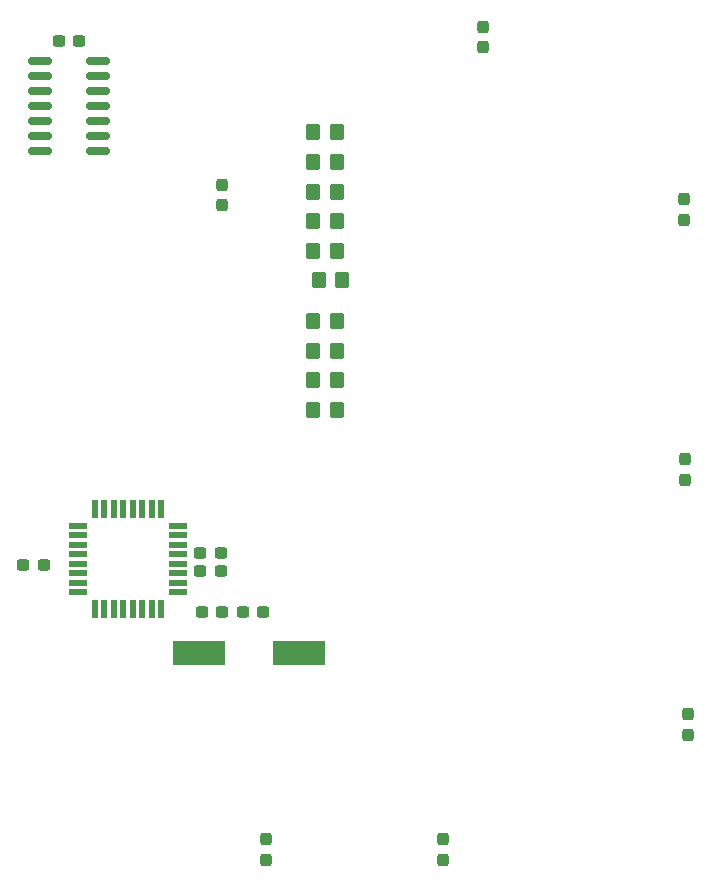
<source format=gbr>
%TF.GenerationSoftware,KiCad,Pcbnew,7.0.1-3b83917a11~172~ubuntu22.10.1*%
%TF.CreationDate,2023-08-26T15:52:06+02:00*%
%TF.ProjectId,controller,636f6e74-726f-46c6-9c65-722e6b696361,rev?*%
%TF.SameCoordinates,Original*%
%TF.FileFunction,Paste,Bot*%
%TF.FilePolarity,Positive*%
%FSLAX46Y46*%
G04 Gerber Fmt 4.6, Leading zero omitted, Abs format (unit mm)*
G04 Created by KiCad (PCBNEW 7.0.1-3b83917a11~172~ubuntu22.10.1) date 2023-08-26 15:52:06*
%MOMM*%
%LPD*%
G01*
G04 APERTURE LIST*
G04 Aperture macros list*
%AMRoundRect*
0 Rectangle with rounded corners*
0 $1 Rounding radius*
0 $2 $3 $4 $5 $6 $7 $8 $9 X,Y pos of 4 corners*
0 Add a 4 corners polygon primitive as box body*
4,1,4,$2,$3,$4,$5,$6,$7,$8,$9,$2,$3,0*
0 Add four circle primitives for the rounded corners*
1,1,$1+$1,$2,$3*
1,1,$1+$1,$4,$5*
1,1,$1+$1,$6,$7*
1,1,$1+$1,$8,$9*
0 Add four rect primitives between the rounded corners*
20,1,$1+$1,$2,$3,$4,$5,0*
20,1,$1+$1,$4,$5,$6,$7,0*
20,1,$1+$1,$6,$7,$8,$9,0*
20,1,$1+$1,$8,$9,$2,$3,0*%
G04 Aperture macros list end*
%ADD10RoundRect,0.237500X-0.237500X0.300000X-0.237500X-0.300000X0.237500X-0.300000X0.237500X0.300000X0*%
%ADD11R,4.500000X2.000000*%
%ADD12RoundRect,0.150000X0.825000X0.150000X-0.825000X0.150000X-0.825000X-0.150000X0.825000X-0.150000X0*%
%ADD13R,0.550000X1.600000*%
%ADD14R,1.600000X0.550000*%
%ADD15RoundRect,0.250000X-0.350000X-0.450000X0.350000X-0.450000X0.350000X0.450000X-0.350000X0.450000X0*%
%ADD16RoundRect,0.250000X0.350000X0.450000X-0.350000X0.450000X-0.350000X-0.450000X0.350000X-0.450000X0*%
%ADD17RoundRect,0.237500X0.300000X0.237500X-0.300000X0.237500X-0.300000X-0.237500X0.300000X-0.237500X0*%
%ADD18RoundRect,0.237500X-0.300000X-0.237500X0.300000X-0.237500X0.300000X0.237500X-0.300000X0.237500X0*%
%ADD19RoundRect,0.237500X0.237500X-0.300000X0.237500X0.300000X-0.237500X0.300000X-0.237500X-0.300000X0*%
G04 APERTURE END LIST*
D10*
%TO.C,C19*%
X83780419Y-35137500D03*
X83780419Y-36862500D03*
%TD*%
D11*
%TO.C,Y1*%
X68200000Y-88180000D03*
X59700000Y-88180000D03*
%TD*%
D12*
%TO.C,U4*%
X46227919Y-38020000D03*
X46227919Y-39290000D03*
X46227919Y-40560000D03*
X46227919Y-41830000D03*
X46227919Y-43100000D03*
X46227919Y-44370000D03*
X46227919Y-45640000D03*
X51177919Y-45640000D03*
X51177919Y-44370000D03*
X51177919Y-43100000D03*
X51177919Y-41830000D03*
X51177919Y-40560000D03*
X51177919Y-39290000D03*
X51177919Y-38020000D03*
%TD*%
D13*
%TO.C,U3*%
X56500000Y-75930000D03*
X55700000Y-75930000D03*
X54900000Y-75930000D03*
X54100000Y-75930000D03*
X53300000Y-75930000D03*
X52500000Y-75930000D03*
X51700000Y-75930000D03*
X50900000Y-75930000D03*
D14*
X49450000Y-77380000D03*
X49450000Y-78180000D03*
X49450000Y-78980000D03*
X49450000Y-79780000D03*
X49450000Y-80580000D03*
X49450000Y-81380000D03*
X49450000Y-82180000D03*
X49450000Y-82980000D03*
D13*
X50900000Y-84430000D03*
X51700000Y-84430000D03*
X52500000Y-84430000D03*
X53300000Y-84430000D03*
X54100000Y-84430000D03*
X54900000Y-84430000D03*
X55700000Y-84430000D03*
X56500000Y-84430000D03*
D14*
X57950000Y-82980000D03*
X57950000Y-82180000D03*
X57950000Y-81380000D03*
X57950000Y-80580000D03*
X57950000Y-79780000D03*
X57950000Y-78980000D03*
X57950000Y-78180000D03*
X57950000Y-77380000D03*
%TD*%
D15*
%TO.C,R10*%
X69862919Y-56572500D03*
X71862919Y-56572500D03*
%TD*%
%TO.C,R9*%
X69362919Y-54072500D03*
X71362919Y-54072500D03*
%TD*%
%TO.C,R8*%
X69362919Y-51572500D03*
X71362919Y-51572500D03*
%TD*%
%TO.C,R7*%
X69362919Y-49072500D03*
X71362919Y-49072500D03*
%TD*%
%TO.C,R6*%
X69362919Y-46572500D03*
X71362919Y-46572500D03*
%TD*%
%TO.C,R5*%
X69362919Y-44072500D03*
X71362919Y-44072500D03*
%TD*%
D16*
%TO.C,R4*%
X71362919Y-67572500D03*
X69362919Y-67572500D03*
%TD*%
%TO.C,R3*%
X71362919Y-65072500D03*
X69362919Y-65072500D03*
%TD*%
%TO.C,R2*%
X71362919Y-62572500D03*
X69362919Y-62572500D03*
%TD*%
%TO.C,R1*%
X71362919Y-60072500D03*
X69362919Y-60072500D03*
%TD*%
D10*
%TO.C,C17*%
X100782919Y-49736250D03*
X100782919Y-51461250D03*
%TD*%
%TO.C,C15*%
X100897919Y-71736250D03*
X100897919Y-73461250D03*
%TD*%
%TO.C,C13*%
X101122919Y-93346250D03*
X101122919Y-95071250D03*
%TD*%
D17*
%TO.C,C12*%
X63437500Y-84700000D03*
X65162500Y-84700000D03*
%TD*%
D18*
%TO.C,C11*%
X61662500Y-84700000D03*
X59937500Y-84700000D03*
%TD*%
D17*
%TO.C,C9*%
X44837500Y-80680000D03*
X46562500Y-80680000D03*
%TD*%
D18*
%TO.C,C8*%
X61562500Y-81180000D03*
X59837500Y-81180000D03*
%TD*%
%TO.C,C7*%
X61562500Y-79680000D03*
X59837500Y-79680000D03*
%TD*%
D10*
%TO.C,C6*%
X65400419Y-105629849D03*
X65400419Y-103904849D03*
%TD*%
D17*
%TO.C,C5*%
X47840419Y-36350000D03*
X49565419Y-36350000D03*
%TD*%
D19*
%TO.C,C3*%
X61702919Y-48487500D03*
X61702919Y-50212500D03*
%TD*%
D10*
%TO.C,C1*%
X80400419Y-105629849D03*
X80400419Y-103904849D03*
%TD*%
M02*

</source>
